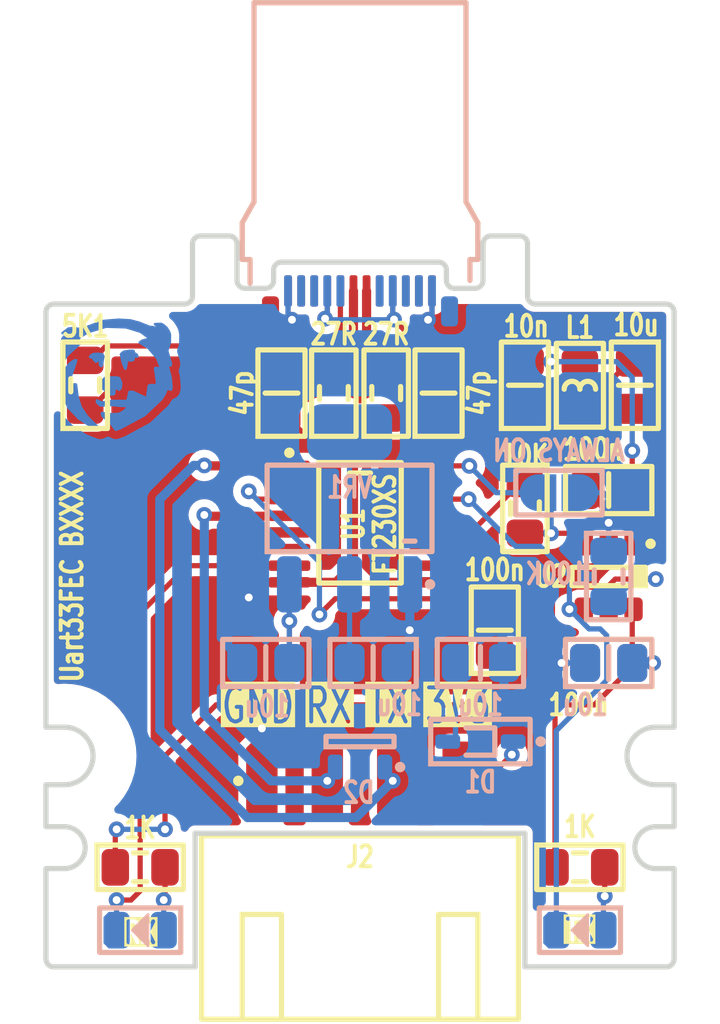
<source format=kicad_pcb>
(kicad_pcb (version 20240108) (generator "pcbnew") (generator_version "8.0")
  (layers (0 "F.Cu" signal) (31 "B.Cu" jumper) (34 "B.Paste" user) (35 "F.Paste" user) (36 "B.SilkS" user "B.Silkscreen") (37 "F.SilkS" user "F.Silkscreen") (38 "B.Mask" user) (39 "F.Mask" user) (44 "Edge.Cuts" user))
  (net 0 "")
  (net 1 "GND")
  (net 2 "USB_CC")
  (net 3 "USB_DP")
  (net 4 "USB_DP'")
  (net 5 "USB_DM")
  (net 6 "USB_DM'")
  (net 7 "5V")
  (net 8 "5V_SWITCHED")
  (net 9 "PWREN#")
  (net 10 "3V3")
  (net 11 "LED_TX'")
  (net 12 "LED_TX")
  (net 13 "LED_RX")
  (net 14 "LED_RX'")
  (net 15 "RX")
  (net 16 "TX")
  (net 17 "ILIM")
  (net 18 "USB_5V")
  (net 19 "OUT_3V3_PROT")
  (net 20 "OUT_3V3")
  (net 21 "3V3_SWITCHED")
  (footprint "Medo64:R (0805)" (layer "F.Cu") (at 38.3 30.4 -90)
    (property "Reference" "R6" (hide yes))
    (property "Value" "10K" (at -2 0 180) (layer "F.SilkS") (effects (font (size 0.8 0.6))))
    (pad "1" smd roundrect (at -0.95 0 270) (size 1.05 1.4) (layers "F.Cu" "F.Paste" "F.Mask") (net 7 "5V"))
    (pad "2" smd roundrect (at 0.95 0 270) (size 1.05 1.4) (layers "F.Cu" "F.Paste" "F.Mask") (net 9 "PWREN#"))
  )
  (footprint "Medo64:R (0805)" (layer "F.Cu") (at 40.4 44.1)
    (property "Reference" "R4" (hide yes))
    (property "Value" "1K" (at 0 -1.55 0) (layer "F.SilkS") (effects (font (size 0.8 0.6))))
    (pad "1" smd roundrect (at -0.95 0) (size 1.05 1.4) (layers "F.Cu" "F.Paste" "F.Mask") (net 8 "5V_SWITCHED"))
    (pad "2" smd roundrect (at 0.95 0) (size 1.05 1.4) (layers "F.Cu" "F.Paste" "F.Mask") (net 11 "LED_TX'"))
  )
  (footprint "Medo64:C (0805)" (layer "F.Cu") (at 35 26 90)
    (property "Reference" "C2" (hide yes))
    (property "Value" "47p" (at 0 1.55 -90) (layer "F.SilkS") (effects (font (size 0.8 0.6) (thickness 0.15) (bold yes))))
    (pad "1" smd roundrect (at -0.9 0 90) (size 1.15 1.45) (layers "F.Cu" "F.Paste" "F.Mask") (net 1 "GND"))
    (pad "2" smd roundrect (at 0.9 0 90) (size 1.15 1.45) (layers "F.Cu" "F.Paste" "F.Mask") (net 5 "USB_DM"))
  )
  (footprint "Medo64:R (0805)" (layer "F.Cu") (at 33 26 90)
    (property "Reference" "R2" (hide yes))
    (property "Value" "27R" (at 2.25 0 180) (layer "F.SilkS") (effects (font (size 0.8 0.6))))
    (pad "1" smd roundrect (at -0.95 0 90) (size 1.05 1.4) (layers "F.Cu" "F.Paste" "F.Mask") (net 6 "USB_DM'"))
    (pad "2" smd roundrect (at 0.95 0 90) (size 1.05 1.4) (layers "F.Cu" "F.Paste" "F.Mask") (net 5 "USB_DM"))
  )
  (footprint "Medo64:L (0805)" (layer "F.Cu") (at 40.4 25.7 90)
    (property "Reference" "L1" (at 2.2 0 180) (layer "F.SilkS") (effects (font (size 0.8 0.6))))
    (property "Value" "600R" (hide yes))
    (pad "1" smd roundrect (at -0.85 0 90) (size 1.05 1.4) (layers "F.Cu" "F.Paste" "F.Mask") (net 7 "5V"))
    (pad "2" smd roundrect (at 0.85 0 90) (size 1.05 1.4) (layers "F.Cu" "F.Paste" "F.Mask") (net 18 "USB_5V"))
  )
  (footprint "Medo64:J USB C 3.2 Edge (24w)" (layer "F.Cu") (at 32 22)
    (property "Reference" "J1" (hide yes))
    (property "Value" "105444-0001" (hide yes))
    (pad "A1" smd roundrect (at -2.75 0.1) (size 0.3 1.2) (layers "F.Cu" "F.Paste" "F.Mask") (chamfer_ratio 0.2) (chamfer top_left bottom_left) (net 1 "GND"))
    (pad "A2" smd roundrect (at -2.25 0.1) (size 0.3 1.2) (layers "F.Cu" "F.Paste" "F.Mask"))
    (pad "A3" smd roundrect (at -1.75 0.1) (size 0.3 1.2) (layers "F.Cu" "F.Paste" "F.Mask"))
    (pad "A4" smd roundrect (at -1.25 0.1) (size 0.3 1.2) (layers "F.Cu" "F.Paste" "F.Mask") (net 18 "USB_5V"))
    (pad "A5" smd roundrect (at -0.75 0.1) (size 0.3 1.2) (layers "F.Cu" "F.Paste" "F.Mask") (net 2 "USB_CC"))
    (pad "A6" smd roundrect (at -0.25 0.1) (size 0.3 1.2) (layers "F.Cu" "F.Paste" "F.Mask") (net 3 "USB_DP"))
    (pad "A7" smd roundrect (at 0.25 0.1) (size 0.3 1.2) (layers "F.Cu" "F.Paste" "F.Mask") (net 5 "USB_DM"))
    (pad "A8" smd roundrect (at 0.75 0.1) (size 0.3 1.2) (layers "F.Cu" "F.Paste" "F.Mask"))
    (pad "A9" smd roundrect (at 1.25 0.1) (size 0.3 1.2) (layers "F.Cu" "F.Paste" "F.Mask") (net 18 "USB_5V"))
    (pad "A10" smd roundrect (at 1.75 0.1) (size 0.3 1.2) (layers "F.Cu" "F.Paste" "F.Mask"))
    (pad "A11" smd roundrect (at 2.25 0.1) (size 0.3 1.2) (layers "F.Cu" "F.Paste" "F.Mask"))
    (pad "A12" smd roundrect (at 2.75 0.1) (size 0.3 1.2) (layers "F.Cu" "F.Paste" "F.Mask") (net 1 "GND"))
    (pad "B01" smd roundrect (at 2.75 0.1) (size 0.3 1.2) (layers "B.Cu" "B.Paste" "B.Mask") (chamfer_ratio 0.2) (chamfer top_right bottom_right) (net 1 "GND"))
    (pad "B02" smd roundrect (at 2.25 0.1) (size 0.3 1.2) (layers "B.Cu" "B.Paste" "B.Mask"))
    (pad "B03" smd roundrect (at 1.75 0.1) (size 0.3 1.2) (layers "B.Cu" "B.Paste" "B.Mask"))
    (pad "B04" smd roundrect (at 1.25 0.1) (size 0.3 1.2) (layers "B.Cu" "B.Paste" "B.Mask") (net 18 "USB_5V"))
    (pad "B05" smd roundrect (at 0.75 0.1) (size 0.3 1.2) (layers "B.Cu" "B.Paste" "B.Mask"))
    (pad "B08" smd roundrect (at -0.75 0.1) (size 0.3 1.2) (layers "B.Cu" "B.Paste" "B.Mask"))
    (pad "B09" smd roundrect (at -1.25 0.1) (size 0.3 1.2) (layers "B.Cu" "B.Paste" "B.Mask") (net 18 "USB_5V"))
    (pad "B10" smd roundrect (at -1.75 0.1) (size 0.3 1.2) (layers "B.Cu" "B.Paste" "B.Mask"))
    (pad "B11" smd roundrect (at -2.25 0.1) (size 0.3 1.2) (layers "B.Cu" "B.Paste" "B.Mask"))
    (pad "B12" smd roundrect (at -2.75 0.1) (size 0.3 1.2) (layers "B.Cu" "B.Paste" "B.Mask") (net 1 "GND"))
    (pad "S" smd roundrect (at -3.42 0.88) (size 0.65 1.15) (layers "F.Cu" "F.Paste" "F.Mask"))
    (pad "S" smd roundrect (at 3.42 0.88) (size 0.65 1.15) (layers "B.Cu" "B.Paste" "B.Mask"))
  )
  (footprint "Medo64:U LoadSwitch Adjustable [AP22652W6-7] (SOT23-6)" (layer "F.Cu") (at 41.5 33 -90)
    (property "Reference" "U2" (at 0 2.2 180) (layer "F.SilkS") (effects (font (size 0.8 0.6))))
    (property "Value" "AP22652" (hide yes))
    (pad "1" smd roundrect (at -1.25 -0.95 270) (size 0.9 0.7) (layers "F.Cu" "F.Paste" "F.Mask") (chamfer_ratio 0.2) (chamfer top_left top_right) (net 18 "USB_5V"))
    (pad "2" smd roundrect (at -1.25 0 270) (size 0.9 0.7) (layers "F.Cu" "F.Paste" "F.Mask") (net 1 "GND"))
    (pad "3" smd roundrect (at -1.25 0.95 270) (size 0.9 0.7) (layers "F.Cu" "F.Paste" "F.Mask") (chamfer_ratio 0.2) (chamfer top_left top_right) (net 9 "PWREN#"))
    (pad "4" smd roundrect (at 1.25 0.95 270) (size 0.9 0.7) (layers "F.Cu" "F.Paste" "F.Mask") (net 12 "LED_TX"))
    (pad "5" smd roundrect (at 1.25 0 270) (size 0.9 0.7) (layers "F.Cu" "F.Paste" "F.Mask") (net 17 "ILIM"))
    (pad "6" smd roundrect (at 1.25 -0.95 270) (size 0.9 0.7) (layers "F.Cu" "F.Paste" "F.Mask") (net 8 "5V_SWITCHED"))
  )
  (footprint "Medo64:C (0805)" (layer "F.Cu") (at 41.5 36.3 180)
    (property "Reference" "C6" (hide yes))
    (property "Value" "100n" (at 1.15 -1.6 180) (layer "F.SilkS") (effects (font (size 0.8 0.6) (thickness 0.15) (bold yes))))
    (pad "1" smd roundrect (at -0.9 0 180) (size 1.15 1.45) (layers "F.Cu" "F.Paste" "F.Mask") (net 8 "5V_SWITCHED"))
    (pad "2" smd roundrect (at 0.9 0 180) (size 1.15 1.45) (layers "F.Cu" "F.Paste" "F.Mask") (net 1 "GND"))
  )
  (footprint "Medo64:C (0805)" (layer "F.Cu") (at 38.3 25.7 90)
    (property "Reference" "C3" (hide yes))
    (property "Value" "10n" (at 2.25 0.05 180) (layer "F.SilkS") (effects (font (size 0.8 0.6) (thickness 0.15) (bold yes))))
    (pad "1" smd roundrect (at -0.9 0 90) (size 1.15 1.45) (layers "F.Cu" "F.Paste" "F.Mask") (net 1 "GND"))
    (pad "2" smd roundrect (at 0.9 0 90) (size 1.15 1.45) (layers "F.Cu" "F.Paste" "F.Mask") (net 18 "USB_5V"))
  )
  (footprint "Medo64:C (0805)" (layer "F.Cu") (at 37.15 35.05 90)
    (property "Reference" "C4" (hide yes))
    (property "Value" "100n" (at 2.3 0 180) (layer "F.SilkS") (effects (font (size 0.8 0.6) (thickness 0.15) (bold yes))))
    (pad "1" smd roundrect (at -0.9 0 90) (size 1.15 1.45) (layers "F.Cu" "F.Paste" "F.Mask") (net 1 "GND"))
    (pad "2" smd roundrect (at 0.9 0 90) (size 1.15 1.45) (layers "F.Cu" "F.Paste" "F.Mask") (net 10 "3V3"))
  )
  (footprint "Medo64:J JST XH Edge [UART] (4w)" (layer "F.Cu") (at 32 40.8)
    (property "Reference" "J2" (at 0 2.9 0) (layer "F.SilkS") (effects (font (size 0.8 0.6) (thickness 0.15) (bold yes))))
    (property "Value" "B4B-XH-A")
    (pad "1" smd roundrect (at -3.75 0) (size 1.2 3) (layers "F.Cu" "F.Paste" "F.Mask") (chamfer_ratio 0.2) (chamfer top_left bottom_left) (net 1 "GND"))
    (pad "2" smd roundrect (at -1.25 0) (size 1.2 3) (layers "F.Cu" "F.Paste" "F.Mask") (net 15 "RX"))
    (pad "3" smd roundrect (at 1.25 0) (size 1.2 3) (layers "F.Cu" "F.Paste" "F.Mask") (net 16 "TX"))
    (pad "4" smd roundrect (at 3.75 0) (size 1.2 3) (layers "F.Cu" "F.Paste" "F.Mask") (net 19 "OUT_3V3_PROT"))
  )
  (footprint "Medo64:R (0805)" (layer "F.Cu") (at 21.5 25.7 90)
    (property "Reference" "R5" (hide yes))
    (property "Value" "5K1" (at 2.25 0 180) (layer "F.SilkS") (effects (font (size 0.8 0.6))))
    (pad "1" smd roundrect (at -0.95 0 90) (size 1.05 1.4) (layers "F.Cu" "F.Paste" "F.Mask") (net 1 "GND"))
    (pad "2" smd roundrect (at 0.95 0 90) (size 1.05 1.4) (layers "F.Cu" "F.Paste" "F.Mask") (net 2 "USB_CC"))
  )
  (footprint "Medo64:C (0805)" (layer "F.Cu") (at 41.5 29.7 180)
    (property "Reference" "C5" (hide yes))
    (property "Value" "100n" (at 0.6 1.55 180) (layer "F.SilkS") (effects (font (size 0.8 0.6) (thickness 0.15) (bold yes))))
    (pad "1" smd roundrect (at -0.9 0 180) (size 1.15 1.45) (layers "F.Cu" "F.Paste" "F.Mask") (net 18 "USB_5V"))
    (pad "2" smd roundrect (at 0.9 0 180) (size 1.15 1.45) (layers "F.Cu" "F.Paste" "F.Mask") (net 1 "GND"))
  )
  (footprint "Medo64:R (0805)" (layer "F.Cu") (at 31 26 90)
    (property "Reference" "R1" (hide yes))
    (property "Value" "27R" (at 2.25 0 180) (layer "F.SilkS") (effects (font (size 0.8 0.6))))
    (pad "1" smd roundrect (at -0.95 0 90) (size 1.05 1.4) (layers "F.Cu" "F.Paste" "F.Mask") (net 4 "USB_DP'"))
    (pad "2" smd roundrect (at 0.95 0 90) (size 1.05 1.4) (layers "F.Cu" "F.Paste" "F.Mask") (net 3 "USB_DP"))
  )
  (footprint "Medo64:C (0805)" (layer "F.Cu") (at 29 26 90)
    (property "Reference" "C1" (hide yes))
    (property "Value" "47p" (at 0 -1.5 -90) (layer "F.SilkS") (effects (font (size 0.8 0.6) (thickness 0.15) (bold yes))))
    (pad "1" smd roundrect (at -0.9 0 90) (size 1.15 1.45) (layers "F.Cu" "F.Paste" "F.Mask") (net 1 "GND"))
    (pad "2" smd roundrect (at 0.9 0 90) (size 1.15 1.45) (layers "F.Cu" "F.Paste" "F.Mask") (net 3 "USB_DP"))
  )
  (footprint "Medo64:R (0805)" (layer "F.Cu") (at 23.6 44.1)
    (property "Reference" "R3" (hide yes))
    (property "Value" "1K" (at 0 -1.5 0) (layer "F.SilkS") (effects (font (size 0.8 0.6))))
    (pad "1" smd roundrect (at -0.95 0) (size 1.05 1.4) (layers "F.Cu" "F.Paste" "F.Mask") (net 8 "5V_SWITCHED"))
    (pad "2" smd roundrect (at 0.95 0) (size 1.05 1.4) (layers "F.Cu" "F.Paste" "F.Mask") (net 14 "LED_RX'"))
  )
  (footprint "Medo64:U Transceiver UART [FT230XS] (SSOP-16)" (layer "F.Cu") (at 32 31)
    (property "Reference" "U1" (at -0.25 0 90) (layer "F.SilkS") (effects (font (size 0.8 0.6))))
    (property "Value" "FT230XS" (at 0.95 0 -90) (layer "F.SilkS") (effects (font (size 0.8 0.6))))
    (pad "1" smd roundrect (at -2.7 -2.2225) (size 1.6 0.4) (layers "F.Cu" "F.Paste" "F.Mask") (chamfer_ratio 0.2) (chamfer top_left top_right) (net 16 "TX"))
    (pad "2" smd roundrect (at -2.7 -1.5875) (size 1.6 0.4) (layers "F.Cu" "F.Paste" "F.Mask"))
    (pad "3" smd roundrect (at -2.7 -0.9525) (size 1.6 0.4) (layers "F.Cu" "F.Paste" "F.Mask") (net 10 "3V3"))
    (pad "4" smd roundrect (at -2.7 -0.3175) (size 1.6 0.4) (layers "F.Cu" "F.Paste" "F.Mask") (net 15 "RX"))
    (pad "5" smd roundrect (at -2.7 0.3175) (size 1.6 0.4) (layers "F.Cu" "F.Paste" "F.Mask") (net 1 "GND"))
    (pad "6" smd roundrect (at -2.7 0.9525) (size 1.6 0.4) (layers "F.Cu" "F.Paste" "F.Mask"))
    (pad "7" smd roundrect (at -2.7 1.5875) (size 1.6 0.4) (layers "F.Cu" "F.Paste" "F.Mask") (net 13 "LED_RX"))
    (pad "8" smd roundrect (at -2.7 2.2225) (size 1.6 0.4) (layers "F.Cu" "F.Paste" "F.Mask") (net 4 "USB_DP'"))
    (pad "9" smd roundrect (at 2.7 2.2225) (size 1.6 0.4) (layers "F.Cu" "F.Paste" "F.Mask") (net 6 "USB_DM'"))
    (pad "10" smd roundrect (at 2.7 1.5875) (size 1.6 0.4) (layers "F.Cu" "F.Paste" "F.Mask") (net 10 "3V3"))
    (pad "11" smd roundrect (at 2.7 0.9525) (size 1.6 0.4) (layers "F.Cu" "F.Paste" "F.Mask") (net 10 "3V3"))
    (pad "12" smd roundrect (at 2.7 0.3175) (size 1.6 0.4) (layers "F.Cu" "F.Paste" "F.Mask") (net 7 "5V"))
    (pad "13" smd roundrect (at 2.7 -0.3175) (size 1.6 0.4) (layers "F.Cu" "F.Paste" "F.Mask") (net 1 "GND"))
    (pad "14" smd roundrect (at 2.7 -0.9525) (size 1.6 0.4) (layers "F.Cu" "F.Paste" "F.Mask") (net 12 "LED_TX"))
    (pad "15" smd roundrect (at 2.7 -1.5875) (size 1.6 0.4) (layers "F.Cu" "F.Paste" "F.Mask"))
    (pad "16" smd roundrect (at 2.7 -2.2225) (size 1.6 0.4) (layers "F.Cu" "F.Paste" "F.Mask") (net 9 "PWREN#"))
  )
  (footprint "Medo64:C (0805)" (layer "F.Cu") (at 42.5 25.7 -90)
    (property "Reference" "C7" (hide yes))
    (property "Value" "10u" (at -2.3 -0.05 180) (layer "F.SilkS") (effects (font (size 0.8 0.6) (thickness 0.15) (bold yes))))
    (pad "1" smd roundrect (at -0.9 0 270) (size 1.15 1.45) (layers "F.Cu" "F.Paste" "F.Mask") (net 1 "GND"))
    (pad "2" smd roundrect (at 0.9 0 270) (size 1.15 1.45) (layers "F.Cu" "F.Paste" "F.Mask") (net 7 "5V"))
  )
  (footprint "Medo64:JP (0805)" (layer "B.Cu") (at 39.6 29.8)
    (property "Reference" "JP1" (hide yes))
    (property "Value" "ALWAYS ON" (at 0 -1.6 360) (layer "B.SilkS") (effects (font (size 0.8 0.6) (thickness 0.15) (bold yes)) (justify mirror)))
    (pad "1" smd roundrect (at -0.8 0) (size 1.4 1.4) (layers "B.Cu" "B.Mask") (roundrect_rratio 0.5) (chamfer_ratio 0) (chamfer top_right bottom_right) (net 9 "PWREN#"))
    (pad "2" smd roundrect (at 0.8 0) (size 1.4 1.4) (layers "B.Cu" "B.Mask") (roundrect_rratio 0.5) (chamfer_ratio 0) (chamfer top_left bottom_left) (net 1 "GND"))
  )
  (footprint "Medo64:DS (0805)" (layer "B.Cu") (at 40.4 46.5)
    (property "Reference" "DS2" (hide yes))
    (property "Value" "TX" (at 0 0 0) (layer "F.SilkS" knockout) (effects (font (size 0.8 0.6) (thickness 0.15) (bold yes))))
    (pad "1" smd roundrect (at -0.9 0) (size 1 1.4) (layers "B.Cu" "B.Paste" "B.Mask") (chamfer_ratio 0.2) (chamfer top_left bottom_left) (net 12 "LED_TX"))
    (pad "2" smd roundrect (at 0.9 0) (size 1 1.4) (layers "B.Cu" "B.Paste" "B.Mask") (net 11 "LED_TX'"))
  )
  (footprint "Medo64:ICON Medo64" (layer "B.Cu") (at 22.7 25.3 180)
    (property "Reference" "ICON" (hide yes))
    (property "Value" "Medo64" (hide yes))
    (fp_poly (pts (xy 0.569 0.353) (xy 0.506 0.707) (xy 0.554 0.778) (xy 0.719 0.8) (xy 0.885 0.786) (xy 0.979 0.733) (xy 1.012 0.682) (xy 0.902 0.659) (xy 0.892 0.612) (xy 0.793 0.5) (xy 0.659 0.583) (xy 0.647 0.581) (xy 0.632 0.391) (xy 0.622 0.353) (xy 0.592 0.334)) (stroke (width 0.1)) (fill solid) (layer "B.Cu"))
    (fp_poly (pts (xy -0.347 0.253) (xy -0.412 0.648) (xy -0.502 0.544) (xy -0.626 0.56) (xy -0.646 0.595) (xy -0.654 0.695) (xy -0.79 0.696) (xy -0.777 0.752) (xy -0.709 0.806) (xy -0.594 0.838) (xy -0.594 0.861) (xy -0.645 0.874) (xy -0.654 0.893) (xy -0.626 0.915) (xy -0.491 0.913) (xy -0.267 0.874) (xy -0.168 0.787) (xy -0.23 0.486) (xy -0.331 0.233) (xy -0.339 0.24)) (stroke (width 0.1)) (fill solid) (layer "B.Cu"))
    (fp_poly (pts (xy 0.115 -0.742) (xy 0.0899 -0.706) (xy 0.0781 -0.566) (xy 0.0622 -0.52) (xy 0.00798 -0.502) (xy -0.097 -0.566) (xy -0.155 -0.508) (xy -0.174 -0.31) (xy -0.101 -0.133) (xy -0.0361 -0.108) (xy 0.168 -0.103) (xy 0.347 -0.109) (xy 0.44 -0.12) (xy 0.515 -0.205) (xy 0.54 -0.36) (xy 0.533 -0.466) (xy 0.5 -0.535) (xy 0.431 -0.596) (xy 0.384 -0.562) (xy 0.365 -0.53) (xy 0.342 -0.512) (xy 0.286 -0.53) (xy 0.257 -0.652) (xy 0.212 -0.749)) (stroke (width 0.1)) (fill solid) (layer "B.Cu"))
    (fp_poly (pts (xy 1.137 -1.588) (xy 1.377 -1.227) (xy 1.493 -0.853) (xy 1.544 -0.455) (xy 1.551 -0.378) (xy 1.595 -0.367) (xy 1.649 -0.379) (xy 1.781 -0.45) (xy 1.801 -0.39) (xy 1.761 -0.0848) (xy 1.586 0.417) (xy 1.555 0.511) (xy 1.55 0.558) (xy 1.648 0.527) (xy 1.79 0.423) (xy 1.958 0.207) (xy 2.045 -0.013) (xy 2.05 -0.076) (xy 1.964 -0.0819) (xy 1.999 -0.548) (xy 1.973 -0.89) (xy 1.846 -1.245) (xy 1.444 -1.662) (xy 1.007 -1.949) (xy 0.62 -2.1)) (stroke (width 0.1)) (fill solid) (layer "B.Cu"))
    (fp_poly (pts (xy -0.162 -2.027) (xy -1.067 -1.539) (xy -1.715 -0.923) (xy -1.847 -0.71) (xy -1.921 -0.519) (xy -2.079 -0.567) (xy -2.095 -0.469) (xy -2.062 -0.0937) (xy -1.952 0.314) (xy -1.982 0.367) (xy -2.06 0.354) (xy -2.077 0.422) (xy -1.93 0.912) (xy -2.032 1.227) (xy -2.034 1.544) (xy -1.998 1.647) (xy -1.903 1.796) (xy -1.782 1.9) (xy -1.695 1.941) (xy -1.468 1.93) (xy -1.663 1.801) (xy -1.722 1.753) (xy -1.784 1.659) (xy -1.735 1.66) (xy -1.576 1.778) (xy -1.371 1.817) (xy -1.254 1.827) (xy -1.134 1.877) (xy -0.852 1.987) (xy -0.528 2.073) (xy -0.0731 2.1) (xy 0.509 2.05) (xy 1.073 1.842) (xy 1.317 1.73) (xy 1.649 1.779) (xy 1.837 1.763) (xy 2.065 1.59) (xy 1.802 1.633) (xy 1.67 1.615) (xy 1.959 1.505) (xy 2.067 1.378) (xy 2.085 1.212) (xy 2.009 0.915) (xy 2.099 0.563) (xy 2.055 0.501) (xy 1.891 0.746) (xy 1.396 1.198) (xy 1.522 1.254) (xy 1.413 1.428) (xy 1.101 1.627) (xy 0.403 1.839) (xy -0.366 1.813) (xy -0.919 1.642) (xy -1.209 1.43) (xy -1.227 1.366) (xy -0.981 1.3) (xy -0.886 1.23) (xy -1.21 1.035) (xy -1.558 0.628) (xy -1.682 0.293) (xy -1.663 0.238) (xy -1.492 0.262) (xy -1.468 0.242) (xy -1.547 -0.268) (xy -1.529 -0.375) (xy -1.464 -0.408) (xy -1.339 -0.39) (xy -1.231 -0.419) (xy -1.16 -0.905) (xy -0.625 -0.656) (xy -0.494 -0.655) (xy -0.414 -1.002) (xy 0.18 -1.002) (xy 0.561 -1.064) (xy 0.751 -0.985) (xy 0.746 -1.053) (xy 0.624 -1.17) (xy 0.142 -1.154) (xy -0.23 -1.188) (xy -0.449 -1.178) (xy -0.342 -1.347) (xy -0.189 -1.45) (xy -0.0588 -1.5) (xy 0.291 -1.511) (xy 0.537 -1.463) (xy 0.568 -1.475) (xy 0.523 -1.584) (xy 0.188 -1.888) (xy 0.0332 -2.1)) (stroke (width 0.1)) (fill solid) (layer "B.Cu"))
  )
  (footprint "Medo64:C (0805)" (layer "B.Cu") (at 28.4 36.3 180)
    (property "Reference" "C9" (hide yes))
    (property "Value" "10u" (at -0.05 -1.65 180) (layer "B.SilkS") (effects (font (size 0.8 0.6) (thickness 0.15) (bold yes)) (justify mirror)))
    (pad "1" smd roundrect (at -0.9 0 180) (size 1.15 1.45) (layers "B.Cu" "B.Paste" "B.Mask") (net 8 "5V_SWITCHED"))
    (pad "2" smd roundrect (at 0.9 0 180) (size 1.15 1.45) (layers "B.Cu" "B.Paste" "B.Mask") (net 1 "GND"))
  )
  (footprint "Medo64:C (0805)" (layer "B.Cu") (at 32.5 36.3)
    (property "Reference" "C10" (hide yes))
    (property "Value" "10u" (at 1 1.6 0) (layer "B.SilkS") (effects (font (size 0.8 0.6) (thickness 0.15) (bold yes)) (justify mirror)))
    (pad "1" smd roundrect (at -0.9 0) (size 1.15 1.45) (layers "B.Cu" "B.Paste" "B.Mask") (net 21 "3V3_SWITCHED"))
    (pad "2" smd roundrect (at 0.9 0) (size 1.15 1.45) (layers "B.Cu" "B.Paste" "B.Mask") (net 1 "GND"))
  )
  (footprint "Medo64:C (0805)" (layer "B.Cu") (at 41.5 36.3 180)
    (property "Reference" "C8" (hide yes))
    (property "Value" "10u" (at 0.9 -1.6 180) (layer "B.SilkS") (effects (font (size 0.8 0.6) (thickness 0.15) (bold yes)) (justify mirror)))
    (pad "1" smd roundrect (at -0.9 0 180) (size 1.15 1.45) (layers "B.Cu" "B.Paste" "B.Mask") (net 8 "5V_SWITCHED"))
    (pad "2" smd roundrect (at 0.9 0 180) (size 1.15 1.45) (layers "B.Cu" "B.Paste" "B.Mask") (net 1 "GND"))
  )
  (footprint "Medo64:D (SOD323)" (layer "B.Cu") (at 36.6 39.3 180)
    (property "Reference" "D1" (at 0 -1.55 180) (layer "B.SilkS") (effects (font (size 0.8 0.6) (thickness 0.15) (bold yes)) (justify mirror)))
    (property "Value" "CUS08F30" (hide yes))
    (pad "1" smd roundrect (at -1.25 0 180) (size 0.95 0.55) (layers "B.Cu" "B.Paste" "B.Mask") (chamfer_ratio 0.2) (chamfer top_left bottom_left) (net 19 "OUT_3V3_PROT"))
    (pad "2" smd roundrect (at 1.25 0 180) (size 0.95 0.55) (layers "B.Cu" "B.Paste" "B.Mask") (net 20 "OUT_3V3"))
  )
  (footprint "Medo64:C (0805)" (layer "B.Cu") (at 36.6 36.3)
    (property "Reference" "C11" (hide yes))
    (property "Value" "10u" (at 0 1.6 180) (layer "B.SilkS") (effects (font (size 0.8 0.6) (thickness 0.15) (bold yes)) (justify mirror)))
    (pad "1" smd roundrect (at -0.9 0) (size 1.15 1.45) (layers "B.Cu" "B.Paste" "B.Mask") (net 20 "OUT_3V3"))
    (pad "2" smd roundrect (at 0.9 0) (size 1.15 1.45) (layers "B.Cu" "B.Paste" "B.Mask") (net 1 "GND"))
  )
  (footprint "Medo64:VR Linear 3.3V 1000mA [AZ1117IH-3.3TRG1] (SOT223)" (layer "B.Cu") (at 31.6 30.4 180)
    (property "Reference" "VR1" (at 0 0.8 180) (layer "B.SilkS") (effects (font (size 0.8 0.6)) (justify mirror)))
    (property "Value" "AZ1117IH" (hide yes))
    (pad "1" smd roundrect (at -2.3 -2.9 180) (size 0.95 2.15) (layers "B.Cu" "B.Paste" "B.Mask") (chamfer_ratio 0.2) (chamfer top_left bottom_left) (net 1 "GND"))
    (pad "2" smd roundrect (at 0 -2.9 180) (size 0.95 2.15) (layers "B.Cu" "B.Paste" "B.Mask") (chamfer_ratio 0.2) (chamfer) (net 21 "3V3_SWITCHED"))
    (pad "2" smd roundrect (at 0 2.9 180) (size 3.25 2.15) (layers "B.Cu" "B.Paste" "B.Mask") (net 21 "3V3_SWITCHED"))
    (pad "3" smd roundrect (at 2.3 -2.9 180) (size 0.95 2.15) (layers "B.Cu" "B.Paste" "B.Mask") (chamfer_ratio 0.2) (chamfer) (net 8 "5V_SWITCHED"))
  )
  (footprint "Medo64:DS (0805)" (layer "B.Cu") (at 23.6 46.5)
    (property "Reference" "DS1" (hide yes))
    (property "Value" "RX" (at 0 0.1 0) (layer "F.SilkS" knockout) (effects (font (size 0.8 0.6) (thickness 0.15) (bold yes))))
    (pad "1" smd roundrect (at -0.9 0) (size 1 1.4) (layers "B.Cu" "B.Paste" "B.Mask") (chamfer_ratio 0.2) (chamfer top_left bottom_left) (net 13 "LED_RX"))
    (pad "2" smd roundrect (at 0.9 0) (size 1 1.4) (layers "B.Cu" "B.Paste" "B.Mask") (net 14 "LED_RX'"))
  )
  (footprint "Medo64:R (0805)" (layer "B.Cu") (at 41.5 33 90)
    (property "Reference" "R7" (hide yes))
    (property "Value" "100K" (at 0.1 -2 360) (layer "B.SilkS") (effects (font (size 0.8 0.6)) (justify mirror)))
    (pad "1" smd roundrect (at -0.95 0 90) (size 1.05 1.4) (layers "B.Cu" "B.Paste" "B.Mask") (net 17 "ILIM"))
    (pad "2" smd roundrect (at 0.95 0 90) (size 1.05 1.4) (layers "B.Cu" "B.Paste" "B.Mask") (net 1 "GND"))
  )
  (footprint "Medo64:D TVS 3.3V [D1213A-02SOL-7] (SOT23-3)" (layer "B.Cu") (at 32 39.3 180)
    (property "Reference" "D2" (at 0.05 -1.95 180) (layer "B.SilkS") (effects (font (size 0.8 0.6)) (justify mirror)))
    (property "Value" "SM05T1G" (hide yes))
    (pad "1" smd roundrect (at -0.95 -0.975 180) (size 0.56 0.95) (layers "B.Cu" "B.Paste" "B.Mask") (chamfer_ratio 0.2) (chamfer top_left bottom_left) (net 16 "TX"))
    (pad "2" smd roundrect (at 0.95 -0.975 180) (size 0.56 0.95) (layers "B.Cu" "B.Paste" "B.Mask") (net 15 "RX"))
    (pad "3" smd roundrect (at 0 0.975 180) (size 0.56 0.95) (layers "B.Cu" "B.Paste" "B.Mask") (net 1 "GND"))
  )
  (gr_line (start 38.4 20.3) (end 38.4 22.3) (stroke (width 0.2)) (layer "Edge.Cuts"))
  (gr_arc (start 25.6 22.3) (mid 25.512132 22.512132) (end 25.3 22.6) (stroke (width 0.2)) (layer "Edge.Cuts"))
  (gr_arc (start 43.3 40.95) (mid 42.2 39.85) (end 43.3 38.75) (stroke (width 0.2)) (layer "Edge.Cuts"))
  (gr_line (start 38.3 47.9) (end 43.7 47.9) (stroke (width 0.2)) (layer "Edge.Cuts"))
  (gr_line (start 20.7 40.95) (end 20 40.95) (stroke (width 0.2)) (layer "Edge.Cuts"))
  (gr_line (start 43.3 40.95) (end 44 40.95) (stroke (width 0.2)) (layer "Edge.Cuts"))
  (gr_line (start 44 44.15) (end 43.3 44.15) (stroke (width 0.2)) (layer "Edge.Cuts"))
  (gr_arc (start 35 21) (mid 35.212132 21.087868) (end 35.3 21.3) (stroke (width 0.2)) (layer "Edge.Cuts"))
  (gr_arc (start 28.7 21.3) (mid 28.787868 21.087868) (end 29 21) (stroke (width 0.2)) (layer "Edge.Cuts"))
  (gr_line (start 38.1 20) (end 37 20) (stroke (width 0.2)) (layer "Edge.Cuts"))
  (gr_arc (start 28.7 21.7) (mid 28.612132 21.912132) (end 28.4 22) (stroke (width 0.2)) (layer "Edge.Cuts"))
  (gr_arc (start 27 20) (mid 27.212132 20.087868) (end 27.3 20.3) (stroke (width 0.2)) (layer "Edge.Cuts"))
  (gr_arc (start 43.7 22.6) (mid 43.912132 22.687868) (end 44 22.9) (stroke (width 0.2)) (layer "Edge.Cuts"))
  (gr_line (start 20 44.15) (end 20 47.6) (stroke (width 0.2)) (layer "Edge.Cuts"))
  (gr_line (start 20 38.75) (end 20.7 38.75) (stroke (width 0.2)) (layer "Edge.Cuts"))
  (gr_line (start 44 42.55) (end 43.3 42.55) (stroke (width 0.2)) (layer "Edge.Cuts"))
  (gr_arc (start 38.7 22.6) (mid 38.487868 22.512132) (end 38.4 22.3) (stroke (width 0.2)) (layer "Edge.Cuts"))
  (gr_line (start 44 42.55) (end 44 40.95) (stroke (width 0.2)) (layer "Edge.Cuts"))
  (gr_line (start 28.4 22) (end 27.6 22) (stroke (width 0.2)) (layer "Edge.Cuts"))
  (gr_line (start 43.7 22.6) (end 38.7 22.6) (stroke (width 0.2)) (layer "Edge.Cuts"))
  (gr_line (start 20.3 22.6) (end 25.3 22.6) (stroke (width 0.2)) (layer "Edge.Cuts"))
  (gr_arc (start 38.1 20) (mid 38.312132 20.087868) (end 38.4 20.3) (stroke (width 0.2)) (layer "Edge.Cuts"))
  (gr_arc (start 35.6 22) (mid 35.387868 21.912132) (end 35.3 21.7) (stroke (width 0.2)) (layer "Edge.Cuts"))
  (gr_line (start 35.3 21.7) (end 35.3 21.3) (stroke (width 0.2)) (layer "Edge.Cuts"))
  (gr_line (start 27.3 20.3) (end 27.3 21.7) (stroke (width 0.2)) (layer "Edge.Cuts"))
  (gr_arc (start 20 22.9) (mid 20.087868 22.687868) (end 20.3 22.6) (stroke (width 0.2)) (layer "Edge.Cuts"))
  (gr_arc (start 36.7 20.3) (mid 36.787868 20.087868) (end 37 20) (stroke (width 0.2)) (layer "Edge.Cuts"))
  (gr_arc (start 20.7 42.55) (mid 21.5 43.35) (end 20.7 44.15) (stroke (width 0.2)) (layer "Edge.Cuts"))
  (gr_arc (start 27.6 22) (mid 27.387868 21.912132) (end 27.3 21.7) (stroke (width 0.2)) (layer "Edge.Cuts"))
  (gr_line (start 36.7 20.3) (end 36.7 21.7) (stroke (width 0.2)) (layer "Edge.Cuts"))
  (gr_arc (start 44 47.6) (mid 43.912132 47.812132) (end 43.7 47.9) (stroke (width 0.2)) (layer "Edge.Cuts"))
  (gr_line (start 36.4 22) (end 35.6 22) (stroke (width 0.2)) (layer "Edge.Cuts"))
  (gr_line (start 44 22.9) (end 44 38.75) (stroke (width 0.2)) (layer "Edge.Cuts"))
  (gr_line (start 43.3 38.75) (end 44 38.75) (stroke (width 0.2)) (layer "Edge.Cuts"))
  (gr_line (start 28.7 21.7) (end 28.7 21.3) (stroke (width 0.2)) (layer "Edge.Cuts"))
  (gr_arc (start 20.7 38.75) (mid 21.8 39.85) (end 20.7 40.95) (stroke (width 0.2)) (layer "Edge.Cuts"))
  (gr_arc (start 43.3 44.15) (mid 42.5 43.35) (end 43.3 42.55) (stroke (width 0.2)) (layer "Edge.Cuts"))
  (gr_line (start 25.9 20) (end 27 20) (stroke (width 0.2)) (layer "Edge.Cuts"))
  (gr_line (start 25.6 20.3) (end 25.6 22.3) (stroke (width 0.2)) (layer "Edge.Cuts"))
  (gr_line (start 44 44.15) (end 44 47.6) (stroke (width 0.2)) (layer "Edge.Cuts"))
  (gr_line (start 20 22.9) (end 20 38.75) (stroke (width 0.2)) (layer "Edge.Cuts"))
  (gr_line (start 20.7 44.15) (end 20 44.15) (stroke (width 0.2)) (layer "Edge.Cuts"))
  (gr_line (start 38.3 42.8) (end 25.7 42.8) (stroke (width 0.2)) (layer "Edge.Cuts"))
  (gr_arc (start 25.6 20.3) (mid 25.687868 20.087868) (end 25.9 20) (stroke (width 0.2)) (layer "Edge.Cuts"))
  (gr_arc (start 36.7 21.7) (mid 36.612132 21.912132) (end 36.4 22) (stroke (width 0.2)) (layer "Edge.Cuts"))
  (gr_line (start 29 21) (end 35 21) (stroke (width 0.2)) (layer "Edge.Cuts"))
  (gr_line (start 25.7 47.9) (end 25.7 42.8) (stroke (width 0.2)) (layer "Edge.Cuts"))
  (gr_line (start 20.7 42.55) (end 20 42.55) (stroke (width 0.2)) (layer "Edge.Cuts"))
  (gr_line (start 20 42.55) (end 20 40.95) (stroke (width 0.2)) (layer "Edge.Cuts"))
  (gr_line (start 20.3 47.9) (end 25.7 47.9) (stroke (width 0.2)) (layer "Edge.Cuts"))
  (gr_line (start 38.3 47.9) (end 38.3 42.8) (stroke (width 0.2)) (layer "Edge.Cuts"))
  (gr_arc (start 20.3 47.9) (mid 20.087868 47.812132) (end 20 47.6) (stroke (width 0.2)) (layer "Edge.Cuts"))
  (gr_text "3V3" (at 35.75 38.7 0) (layer "F.SilkS" knockout) (effects (font (size 1.3 0.9) (thickness 0.15) (bold yes)) (justify bottom)))
  (gr_text "RX" (at 30.8 38.7 0) (layer "F.SilkS" knockout) (effects (font (size 1.3 0.9) (thickness 0.15) (bold yes)) (justify bottom)))
  (gr_text "TX" (at 33.1 38.7 0) (layer "F.SilkS" knockout) (effects (font (size 1.3 0.9) (thickness 0.15) (bold yes)) (justify bottom)))
  (gr_text "Uart33FEC BXXXX" (at 21 33 90) (layer "F.SilkS") (effects (font (size 0.8 0.6) (thickness 0.15) (bold yes))))
  (gr_text "GND" (at 28.1 38.7 0) (layer "F.SilkS" knockout) (effects (font (size 1.3 0.9) (thickness 0.15) (bold yes)) (justify bottom)))
  (segment (start 30.3825 31.3175) (end 30.7 31) (width 0.2) (layer "F.Cu") (net 1))
  (segment (start 35 26.9) (end 38 26.9) (width 0.2) (layer "F.Cu") (net 1))
  (segment (start 37.15 35.1) (end 37.1 35.05) (width 0.2) (layer "F.Cu") (net 1))
  (segment (start 32.8 28.680761) (end 32.8 29.9) (width 0.2) (layer "F.Cu") (net 1))
  (segment (start 37.1 35.05) (end 33.9 35.05) (width 0.2) (layer "F.Cu") (net 1))
  (segment (start 34.75 22.1) (end 34.75 23.05) (width 0.2) (layer "F.Cu") (net 1))
  (segment (start 30.7 31) (end 30.7 28.4) (width 0.2) (layer "F.Cu") (net 1))
  (segment (start 37.3 25.7) (end 38.3 25.7) (width 0.2) (layer "F.Cu") (net 1))
  (segment (start 38.3 25.7) (end 41.4 25.7) (width 0.2) (layer "F.Cu") (net 1))
  (segment (start 38.3 26.6) (end 38.3 25.7) (width 0.2) (layer "F.Cu") (net 1))
  (segment (start 41.5 30.6) (end 40.6 29.7) (width 0.2) (layer "F.Cu") (net 1))
  (segment (start 34.580761 26.9) (end 32.8 28.680761) (width 0.2) (layer "F.Cu") (net 1))
  (segment (start 41.4 25.7) (end 42.3 24.8) (width 0.2) (layer "F.Cu") (net 1))
  (segment (start 30.7 28.4) (end 29.2 26.9) (width 0.2) (layer "F.Cu") (net 1))
  (segment (start 34.9 23.5) (end 41.2 23.5) (width 0.2) (layer "F.Cu") (net 1))
  (segment (start 33.5825 30.6825) (end 34.7 30.6825) (width 0.2) (layer "F.Cu") (net 1))
  (segment (start 34.75 22.95697) (end 34.75 22.1) (width 0.2) (layer "F.Cu") (net 1))
  (segment (start 41.2 23.5) (end 42.5 24.8) (width 0.2) (layer "F.Cu") (net 1))
  (segment (start 37.15 35.65) (end 37.15 35.1) (width 0.2) (layer "F.Cu") (net 1))
  (segment (start 41.5 32.5) (end 41 33) (width 0.2) (layer "F.Cu") (net 1))
  (segment (start 33.900002 34.750002) (end 33.9 34.75) (width 0.2) (layer "F.Cu") (net 1))
  (segment (start 29 26) (end 29 26.9) (width 0.2) (layer "F.Cu") (net 1))
  (segment (start 35 26) (end 29 26) (width 0.2) (layer "F.Cu") (net 1))
  (segment (start 29 26) (end 22.3 26) (width 0.2) (layer "F.Cu") (net 1))
  (segment (start 37.15 35.95) (end 39.35 35.95) (width 0.2) (layer "F.Cu") (net 1))
  (segment (start 29.25 23.05) (end 29.4 23.2) (width 0.2) (layer "F.Cu") (net 1))
  (segment (start 39.7 36.3) (end 40.6 36.3) (width 0.2) (layer "F.Cu") (net 1))
  (segment (start 39.35 33.55) (end 39.35 35.95) (width 0.2) (layer "F.Cu") (net 1))
  (segment (start 39.35 35.95) (end 39.7 36.3) (width 0.2) (layer "F.Cu") (net 1))
  (segment (start 22.3 26) (end 21.75 26.55) (width 0.2) (layer "F.Cu") (net 1))
  (segment (start 35 26.9) (end 35 26) (width 0.2) (layer "F.Cu") (net 1))
  (segment (start 28.25 40.8) (end 28.25 38.8) (width 0.35) (layer "F.Cu") (net 1))
  (segment (start 34.75 23.05) (end 34.6 23.2) (width 0.2) (layer "F.Cu") (net 1))
  (segment (start 34.6 23.2) (end 34.9 23.5) (width 0.2) (layer "F.Cu") (net 1))
  (segment (start 29.3 31.3175) (end 30.3825 31.3175) (width 0.2) (layer "F.Cu") (net 1))
  (segment (start 29.25 22.1) (end 29.25 23.05) (width 0.2) (layer "F.Cu") (net 1))
  (segment (start 34.50697 23.2) (end 34.75 22.95697) (width 0.2) (layer "F.Cu") (net 1))
  (segment (start 37 26) (end 35 26) (width 0.2) (layer "F.Cu") (net 1))
  (segment (start 32.8 29.9) (end 33.5825 30.6825) (width 0.2) (layer "F.Cu") (net 1))
  (segment (start 38 26.9) (end 38.3 26.6) (width 0.2) (layer "F.Cu") (net 1))
  (segment (start 41 33) (end 39.9 33) (width 0.2) (layer "F.Cu") (net 1))
  (segment (start 39.9 33) (end 39.35 33.55) (width 0.2) (layer "F.Cu") (net 1))
  (segment (start 41.5 31.75) (end 41.5 30.6) (width 0.2) (layer "F.Cu") (net 1))
  (segment (start 37 26) (end 37.3 25.7) (width 0.2) (layer "F.Cu") (net 1))
  (segment (start 41.5 31.75) (end 41.5 32.5) (width 0.2) (layer "F.Cu") (net 1))
  (via (at 39.7 36.3) (size 0.6) (drill 0.3) (layers "F.Cu" "B.Cu") (net 1))
  (via (at 41.5 30.95) (size 0.6) (drill 0.3) (layers "F.Cu" "B.Cu") (net 1))
  (via (at 29.4 23.2) (size 0.6) (drill 0.3) (layers "F.Cu" "B.Cu") (net 1))
  (via (at 28.25 38.8) (size 0.6) (drill 0.3) (layers "F.Cu" "B.Cu") (net 1))
  (via (at 34.6 23.2) (size 0.6) (drill 0.3) (layers "F.Cu" "B.Cu") (net 1))
  (via (at 33.9 35.05) (size 0.6) (drill 0.3) (layers "F.Cu" "B.Cu") (net 1))
  (via (at 27.75 33.8) (size 0.6) (drill 0.3) (layers "F.Cu" "B.Cu") (net 1))
  (segment (start 36.7 38.75) (end 36.7 39.5) (width 0.35) (layer "B.Cu") (net 1))
  (segment (start 28.3 38.225) (end 28.375 38.3) (width 0.35) (layer "B.Cu") (net 1))
  (segment (start 33.675 24.125) (end 34.6 23.2) (width 0.35) (layer "B.Cu") (net 1))
  (segment (start 26.95 35.65) (end 26.95 33.8) (width 0.35) (layer "B.Cu") (net 1))
  (segment (start 34.6 40.05) (end 33.425 38.875) (width 0.35) (layer "B.Cu") (net 1))
  (segment (start 28.25 38.275) (end 28.3 38.225) (width 0.35) (layer "B.Cu") (net 1))
  (segment (start 33.425 38.875) (end 33.425 38.225) (width 0.35) (layer "B.Cu") (net 1))
  (segment (start 33.9 35.05) (end 37.25 35.05) (width 0.35) (layer "B.Cu") (net 1))
  (segment (start 33.425 38.225) (end 33.4 38.2) (width 0.35) (layer "B.Cu") (net 1))
  (segment (start 27.925 38.225) (end 27.5 37.8) (width 0.35) (layer "B.Cu") (net 1))
  (segment (start 33.35 38.3) (end 33.425 38.225) (width 0.35) (layer "B.Cu") (net 1))
  (segment (start 41.3 29.8) (end 40.4 29.8) (width 0.2) (layer "B.Cu") (net 1))
  (segment (start 28.375 38.3) (end 31.975 38.3) (width 0.35) (layer "B.Cu") (net 1))
  (segment (start 33.9 33.3) (end 33.9 35.05) (width 0.35) (layer "B.Cu") (net 1))
  (segment (start 41.5 30) (end 41.3 29.8) (width 0.2) (layer "B.Cu") (net 1))
  (segment (start 26.95 33.8) (end 26.95 25.65) (width 0.35) (layer "B.Cu") (net 1))
  (segment (start 34.75 22.1) (end 34.75 23.05) (width 0.2) (layer "B.Cu") (net 1))
  (segment (start 26.95 25.65) (end 29.4 23.2) (width 0.35) (layer "B.Cu") (net 1))
  (segment (start 27.5 36.2) (end 27.5 37.8) (width 0.35) (layer "B.Cu") (net 1))
  (segment (start 37.5 37.95) (end 36.7 38.75) (width 0.35) (layer "B.Cu") (net 1))
  (segment (start 40.6 36.3) (end 39.7 36.3) (width 0.2) (layer "B.Cu") (net 1))
  (segment (start 30.05 23.85) (end 33.95 23.85) (width 0.2) (layer "B.Cu") (net 1))
  (segment (start 29.4 23.2) (end 30.05 23.85) (width 0.2) (layer "B.Cu") (net 1))
  (segment (start 29.25 23.05) (end 29.25 22.1) (width 0.2) (layer "B.Cu") (net 1))
  (segment (start 41.5 30.95) (end 41.5 30) (width 0.2) (layer "B.Cu") (net 1))
  (segment (start 27.5 36.2) (end 26.95 35.65) (width 0.35) (layer "B.Cu") (net 1))
  (segment (start 36.15 40.05) (end 34.6 40.05) (width 0.35) (layer "B.Cu") (net 1))
  (segment (start 37.25 35.05) (end 37.45 35.25) (width 0.35) (layer "B.Cu") (net 1))
  (segment (start 37.45 35.25) (end 37.45 36.3) (width 0.35) (layer "B.Cu") (net 1))
  (segment (start 41.5 32.05) (end 41.5 30.95) (width 0.2) (layer "B.Cu") (net 1))
  (segment (start 33.4 38.2) (end 33.4 36.3) (width 0.35) (layer "B.Cu") (net 1))
  (segment (start 33.9 35.05) (end 33.9 35.7) (width 0.35) (layer "B.Cu") (net 1))
  (segment (start 28.25 38.8) (end 28.25 38.275) (width 0.35) (layer "B.Cu") (net 1))
  (segment (start 26.95 33.8) (end 27.75 33.8) (width 0.35) (layer "B.Cu") (net 1))
  (segment (start 28.3 38.225) (end 27.925 38.225) (width 0.35) (layer "B.Cu") (net 1))
  (segment (start 29.4 23.2) (end 29.25 23.05) (width 0.2) (layer "B.Cu") (net 1))
  (segment (start 34.75 23.05) (end 34.6 23.2) (width 0.2) (layer "B.Cu") (net 1))
  (segment (start 32.025 38.3) (end 33.35 38.3) (width 0.35) (layer "B.Cu") (net 1))
  (segment (start 36.7 39.5) (end 36.15 40.05) (width 0.35) (layer "B.Cu") (net 1))
  (segment (start 33.9 35.7) (end 33.4 36.2) (width 0.2) (layer "B.Cu") (net 1))
  (segment (start 33.95 23.85) (end 34.6 23.2) (width 0.2) (layer "B.Cu") (net 1))
  (segment (start 37.5 36.3) (end 37.5 37.95) (width 0.35) (layer "B.Cu") (net 1))
  (segment (start 31.25 23.65) (end 30.7 24.2) (width 0.2) (layer "F.Cu") (net 2))
  (segment (start 31.25 22.1) (end 31.25 23.65) (width 0.2) (layer "F.Cu") (net 2))
  (segment (start 30.7 24.2) (end 22.3 24.2) (width 0.2) (layer "F.Cu") (net 2))
  (segment (start 22.3 24.2) (end 21.75 24.75) (width 0.2) (layer "F.Cu") (net 2))
  (segment (start 31.75 22.1) (end 31.75 24.3) (width 0.35) (layer "F.Cu") (net 3))
  (segment (start 29 25.1) (end 30.95 25.1) (width 0.35) (layer "F.Cu") (net 3))
  (segment (start 31.75 24.3) (end 31 25.05) (width 0.35) (layer "F.Cu") (net 3))
  (segment (start 31.75 27.7) (end 31 26.95) (width 0.35) (layer "F.Cu") (net 4))
  (segment (start 31.0775 33.2225) (end 31.75 32.55) (width 0.35) (layer "F.Cu") (net 4))
  (segment (start 29.3 33.2225) (end 31.0775 33.2225) (width 0.35) (layer "F.Cu") (net 4))
  (segment (start 31.75 32.55) (end 31.75 27.7) (width 0.35) (layer "F.Cu") (net 4))
  (segment (start 32.25 22.1) (end 32.25 24.3) (width 0.35) (layer "F.Cu") (net 5))
  (segment (start 32.25 24.3) (end 33 25.05) (width 0.35) (layer "F.Cu") (net 5))
  (segment (start 35 25.1) (end 33.05 25.1) (width 0.35) (layer "F.Cu") (net 5))
  (segment (start 32.8725 33.2225) (end 32.25 32.6) (width 0.35) (layer "F.Cu") (net 6))
  (segment (start 34.7 33.2225) (end 32.8725 33.2225) (width 0.35) (layer "F.Cu") (net 6))
  (segment (start 32.25 27.7) (end 33 26.95) (width 0.35) (layer "F.Cu") (net 6))
  (segment (start 32.25 32.6) (end 32.25 27.7) (width 0.35) (layer "F.Cu") (net 6))
  (segment (start 41.5 26.6) (end 42.5 26.6) (width 0.2) (layer "F.Cu") (net 7))
  (segment (start 40.45 26.6) (end 41.5 26.6) (width 0.2) (layer "F.Cu") (net 7))
  (segment (start 38.45 29.45) (end 38.3 29.45) (width 0.2) (layer "F.Cu") (net 7))
  (segment (start 40.4 26.55) (end 40.4 27.5) (width 0.2) (layer "F.Cu") (net 7))
  (segment (start 40.4 27.5) (end 38.45 29.45) (width 0.2) (layer "F.Cu") (net 7))
  (segment (start 36.232499 31.3175) (end 38.244993 29.305006) (width 0.2) (layer "F.Cu") (net 7))
  (segment (start 34.7 31.3175) (end 36.232499 31.3175) (width 0.2) (layer "F.Cu") (net 7))
  (segment (start 22.65 44.1) (end 22.65 42.699999) (width 0.2) (layer "F.Cu") (net 8))
  (segment (start 24.55 39.85) (end 24.55 42.65) (width 0.2) (layer "F.Cu") (net 8))
  (segment (start 40.95 37.9) (end 42.55 36.3) (width 0.2) (layer "F.Cu") (net 8))
  (segment (start 43.2 36.3) (end 42.4 36.3) (width 0.2) (layer "F.Cu") (net 8))
  (segment (start 39.45 37.9) (end 29.3 37.9) (width 0.2) (layer "F.Cu") (net 8))
  (segment (start 22.65 42.699999) (end 22.699998 42.650001) (width 0.2) (layer "F.Cu") (net 8))
  (segment (start 29.3 34.7) (end 29.3 37.9) (width 0.2) (layer "F.Cu") (net 8))
  (segment (start 26.5 37.9) (end 24.55 39.85) (width 0.2) (layer "F.Cu") (net 8))
  (segment (start 39.45 44.1) (end 39.45 37.9) (width 0.2) (layer "F.Cu") (net 8))
  (segment (start 39.45 37.9) (end 40.95 37.9) (width 0.2) (layer "F.Cu") (net 8))
  (segment (start 29.3 37.9) (end 26.5 37.9) (width 0.2) (layer "F.Cu") (net 8))
  (segment (start 42.55 36.3) (end 43.2 36.3) (width 0.2) (layer "F.Cu") (net 8))
  (segment (start 42.4 36.3) (end 42.4 34.3) (width 0.2) (layer "F.Cu") (net 8))
  (via (at 43.2 36.3) (size 0.6) (drill 0.3) (layers "F.Cu" "B.Cu") (net 8))
  (via (at 24.55 42.65) (size 0.6) (drill 0.3) (layers "F.Cu" "B.Cu") (net 8))
  (via (at 29.3 34.7) (size 0.6) (drill 0.3) (layers "F.Cu" "B.Cu") (net 8))
  (via (at 22.699998 42.650001) (size 0.6) (drill 0.3) (layers "F.Cu" "B.Cu") (net 8))
  (segment (start 29.3 33.3) (end 29.3 34.7) (width 0.2) (layer "B.Cu") (net 8))
  (segment (start 24.549999 42.650001) (end 24.55 42.65) (width 0.2) (layer "B.Cu") (net 8))
  (segment (start 29.3 36.2) (end 29.3 33.3) (width 0.2) (layer "B.Cu") (net 8))
  (segment (start 22.699998 42.650001) (end 24.549999 42.650001) (width 0.2) (layer "B.Cu") (net 8))
  (segment (start 42.4 36.3) (end 43.2 36.3) (width 0.2) (layer "B.Cu") (net 8))
  (segment (start 40.55 31.75) (end 40.15 31.35) (width 0.2) (layer "F.Cu") (net 9))
  (segment (start 38.3 31.35) (end 39.3 31.35) (width 0.2) (layer "F.Cu") (net 9))
  (segment (start 40.15 31.35) (end 39.3 31.35) (width 0.2) (layer "F.Cu") (net 9))
  (segment (start 34.7 28.7775) (end 36.1775 28.7775) (width 0.2) (layer "F.Cu") (net 9))
  (segment (start 36.1775 28.7775) (end 36.177502 28.777502) (width 0.2) (layer "F.Cu") (net 9))
  (via (at 39.3 31.35) (size 0.6) (drill 0.3) (layers "F.Cu" "B.Cu") (net 9))
  (via (at 36.177502 28.777502) (size 0.6) (drill 0.3) (layers "F.Cu" "B.Cu") (net 9))
  (segment (start 39.3 31.35) (end 39.3 30.3) (width 0.2) (layer "B.Cu") (net 9))
  (segment (start 39.3 30.3) (end 38.8 29.8) (width 0.2) (layer "B.Cu") (net 9))
  (segment (start 38.8 29.8) (end 37.2 29.8) (width 0.2) (layer "B.Cu") (net 9))
  (segment (start 37.2 29.8) (end 36.177502 28.777502) (width 0.2) (layer "B.Cu") (net 9))
  (segment (start 28.0475 30.0475) (end 27.75 29.75) (width 0.2) (layer "F.Cu") (net 10))
  (segment (start 36.7875 32.5875) (end 37.15 32.95) (width 0.2) (layer "F.Cu") (net 10))
  (segment (start 29.3 30.0475) (end 28.0475 30.0475) (width 0.2) (layer "F.Cu") (net 10))
  (segment (start 36.05 32.5875) (end 36.7875 32.5875) (width 0.2) (layer "F.Cu") (net 10))
  (segment (start 36.05 32.25) (end 36.05 32.5875) (width 0.2) (layer "F.Cu") (net 10))
  (segment (start 37.15 32.95) (end 37.15 33.85) (width 0.2) (layer "F.Cu") (net 10))
  (segment (start 37.15 33.85) (end 31.05 33.85) (width 0.2) (layer "F.Cu") (net 10))
  (segment (start 34.7 31.9525) (end 35.7525 31.9525) (width 0.2) (layer "F.Cu") (net 10))
  (segment (start 35.9 32.5875) (end 36.05 32.5875) (width 0.2) (layer "F.Cu") (net 10))
  (segment (start 34.7 32.5875) (end 35.9 32.5875) (width 0.2) (layer "F.Cu") (net 10))
  (segment (start 35.7525 31.9525) (end 36.05 32.25) (width 0.2) (layer "F.Cu") (net 10))
  (segment (start 31.05 33.85) (end 30.45 34.45) (width 0.2) (layer "F.Cu") (net 10))
  (via (at 30.45 34.45) (size 0.6) (drill 0.3) (layers "F.Cu" "B.Cu") (net 10))
  (via (at 27.75 29.75) (size 0.6) (drill 0.3) (layers "F.Cu" "B.Cu") (net 10))
  (segment (start 30.45 34.45) (end 30.45 32.45) (width 0.2) (layer "B.Cu") (net 10))
  (segment (start 30.45 32.45) (end 27.75 29.75) (width 0.2) (layer "B.Cu") (net 10))
  (segment (start 41.35 44.1) (end 41.35 45.19999) (width 0.2) (layer "F.Cu") (net 11))
  (segment (start 41.35 45.19999) (end 41.350005 45.199995) (width 0.2) (layer "F.Cu") (net 11))
  (via (at 41.350005 45.199995) (size 0.6) (drill 0.3) (layers "F.Cu" "B.Cu") (net 11))
  (segment (start 41.3 45.25) (end 41.350005 45.199995) (width 0.2) (layer "B.Cu") (net 11))
  (segment (start 41.3 46.5) (end 41.3 45.25) (width 0.2) (layer "B.Cu") (net 11))
  (segment (start 36.1475 30.0475) (end 36.15 30.05) (width 0.2) (layer "F.Cu") (net 12))
  (segment (start 40.049979 34.25) (end 39.999993 34.200014) (width 0.2) (layer "F.Cu") (net 12))
  (segment (start 40.55 34.25) (end 40.049979 34.25) (width 0.2) (layer "F.Cu") (net 12))
  (segment (start 34.7 30.0475) (end 36.1475 30.0475) (width 0.2) (layer "F.Cu") (net 12))
  (via (at 39.999993 34.25) (size 0.6) (drill 0.3) (layers "F.Cu" "B.Cu") (net 12))
  (via (at 36.15 30.05) (size 0.6) (drill 0.3) (layers "F.Cu" "B.Cu") (net 12))
  (segment (start 41.175 35) (end 40.749993 35) (width 0.2) (layer "B.Cu") (net 12))
  (segment (start 41.425 36.96014) (end 41.425 35.25) (width 0.2) (layer "B.Cu") (net 12))
  (segment (start 39.999993 32.969232) (end 38.880761 31.85) (width 0.2) (layer "B.Cu") (net 12))
  (segment (start 39.999993 34.25) (end 39.999993 32.969232) (width 0.2) (layer "B.Cu") (net 12))
  (segment (start 39.5 38.88514) (end 41.425 36.96014) (width 0.2) (layer "B.Cu") (net 12))
  (segment (start 38.880761 31.85) (end 37.95 31.85) (width 0.2) (layer "B.Cu") (net 12))
  (segment (start 37.95 31.85) (end 36.15 30.05) (width 0.2) (layer "B.Cu") (net 12))
  (segment (start 39.5 46.5) (end 39.5 38.88514) (width 0.2) (layer "B.Cu") (net 12))
  (segment (start 40.749993 35) (end 39.999993 34.25) (width 0.2) (layer "B.Cu") (net 12))
  (segment (start 41.425 35.25) (end 41.175 35) (width 0.2) (layer "B.Cu") (net 12))
  (segment (start 23.6 34.4) (end 23.6 45) (width 0.2) (layer "F.Cu") (net 13))
  (segment (start 29.3 32.5875) (end 25.4125 32.5875) (width 0.2) (layer "F.Cu") (net 13))
  (segment (start 25.4125 32.5875) (end 23.6 34.4) (width 0.2) (layer "F.Cu") (net 13))
  (segment (start 23.6 45) (end 23.25 45.35) (width 0.2) (layer "F.Cu") (net 13))
  (segment (start 23.25 45.35) (end 22.7 45.35) (width 0.2) (layer "F.Cu") (net 13))
  (via (at 22.7 45.35) (size 0.6) (drill 0.3) (layers "F.Cu" "B.Cu") (net 13))
  (segment (start 22.7 45.35) (end 22.7 46.5) (width 0.2) (layer "B.Cu") (net 13))
  (segment (start 24.55 44.1) (end 24.55 45.3) (width 0.2) (layer "F.Cu") (net 14))
  (segment (start 24.55 45.3) (end 24.5 45.35) (width 0.2) (layer "F.Cu") (net 14))
  (via (at 24.5 45.35) (size 0.6) (drill 0.3) (layers "F.Cu" "B.Cu") (net 14))
  (segment (start 24.5 46.5) (end 24.5 45.35) (width 0.2) (layer "B.Cu") (net 14))
  (segment (start 26.1 30.7) (end 26.05 30.65) (width 0.35) (layer "F.Cu") (net 15))
  (segment (start 29.2825 30.7) (end 26.1 30.7) (width 0.35) (layer "F.Cu") (net 15))
  (via (at 30.75 40.8) (size 0.6) (drill 0.3) (layers "F.Cu" "B.Cu") (net 15))
  (via (at 26.05 30.65) (size 0.6) (drill 0.3) (layers "F.Cu" "B.Cu") (net 15))
  (segment (start 26.05 38.25) (end 26.05 30.65) (width 0.35) (layer "B.Cu") (net 15))
  (segment (start 28.6 40.8) (end 26.05 38.25) (width 0.35) (layer "B.Cu") (net 15))
  (segment (start 30.75 40.8) (end 28.6 40.8) (width 0.35) (layer "B.Cu") (net 15))
  (segment (start 26.066822 28.7775) (end 26.050002 28.76068) (width 0.35) (layer "F.Cu") (net 16))
  (segment (start 29.3 28.7775) (end 26.066822 28.7775) (width 0.35) (layer "F.Cu") (net 16))
  (via (at 33.250022 40.8) (size 0.6) (drill 0.3) (layers "F.Cu" "B.Cu") (net 16))
  (via (at 26.050002 28.76068) (size 0.6) (drill 0.3) (layers "F.Cu" "B.Cu") (net 16))
  (segment (start 31.850022 42.2) (end 33.250022 40.8) (width 0.35) (layer "B.Cu") (net 16))
  (segment (start 25.63932 28.76068) (end 24.35 30.05) (width 0.35) (layer "B.Cu") (net 16))
  (segment (start 24.35 38.85) (end 27.7 42.2) (width 0.35) (layer "B.Cu") (net 16))
  (segment (start 26.050002 28.76068) (end 25.63932 28.76068) (width 0.35) (layer "B.Cu") (net 16))
  (segment (start 27.7 42.2) (end 31.850022 42.2) (width 0.35) (layer "B.Cu") (net 16))
  (segment (start 24.35 30.05) (end 24.35 38.85) (width 0.35) (layer "B.Cu") (net 16))
  (segment (start 41.5 33.35) (end 41.75 33.1) (width 0.2) (layer "F.Cu") (net 17))
  (segment (start 41.75 33.1) (end 43.3 33.1) (width 0.2) (layer "F.Cu") (net 17))
  (segment (start 41.5 34.25) (end 41.5 33.35) (width 0.2) (layer "F.Cu") (net 17))
  (via (at 43.3 33.1) (size 0.6) (drill 0.3) (layers "F.Cu" "B.Cu") (net 17))
  (segment (start 42.5 33.1) (end 41.65 33.95) (width 0.2) (layer "B.Cu") (net 17))
  (segment (start 43.3 33.1) (end 42.5 33.1) (width 0.2) (layer "B.Cu") (net 17))
  (segment (start 42.45 31.75) (end 42.45 29.75) (width 0.2) (layer "F.Cu") (net 18))
  (segment (start 36.405026 24.25) (end 37.005026 24.85) (width 0.2) (layer "F.Cu") (net 18))
  (segment (start 37.005026 24.85) (end 38.3 24.85) (width 0.2) (layer "F.Cu") (net 18))
  (segment (start 42.4 29.7) (end 42.4 28.2) (width 0.2) (layer "F.Cu") (net 18))
  (segment (start 34.35 24.25) (end 36.405026 24.25) (width 0.2) (layer "F.Cu") (net 18))
  (segment (start 30.75 22.1) (end 30.75 23.072182) (width 0.2) (layer "F.Cu") (net 18))
  (segment (start 40.4 24.8) (end 38.35 24.8) (width 0.2) (layer "F.Cu") (net 18))
  (segment (start 30.75 23.072182) (end 30.665023 23.157159) (width 0.2) (layer "F.Cu") (net 18))
  (segment (start 42.45 29.75) (end 42.4 29.7) (width 0.2) (layer "F.Cu") (net 18))
  (segment (start 33.25 22.1) (end 33.25 23.15) (width 0.2) (layer "F.Cu") (net 18))
  (segment (start 33.25 23.15) (end 34.35 24.25) (width 0.2) (layer "F.Cu") (net 18))
  (via (at 30.665023 23.157159) (size 0.6) (drill 0.3) (layers "F.Cu" "B.Cu") (net 18))
  (via (at 33.3 23.192136) (size 0.6) (drill 0.3) (layers "F.Cu" "B.Cu") (net 18))
  (via (at 39.3 24.8) (size 0.6) (drill 0.3) (layers "F.Cu" "B.Cu") (net 18))
  (via (at 42.4 28.2) (size 0.6) (drill 0.3) (layers "F.Cu" "B.Cu") (net 18))
  (segment (start 33.3 23.192136) (end 33.292136 23.2) (width 0.2) (layer "B.Cu") (net 18))
  (segment (start 42.4 28.2) (end 42.4 25.4) (width 0.2) (layer "B.Cu") (net 18))
  (segment (start 30.75 23.072182) (end 30.665023 23.157159) (width 0.2) (layer "B.Cu") (net 18))
  (segment (start 30.75 22.1) (end 30.75 23.072182) (width 0.2) (layer "B.Cu") (net 18))
  (segment (start 33.25 22.1) (end 33.25 23.05) (width 0.2) (layer "B.Cu") (net 18))
  (segment (start 41.8 24.8) (end 39.3 24.8) (width 0.2) (layer "B.Cu") (net 18))
  (segment (start 33.25 23.05) (end 33.3 23.1) (width 0.2) (layer "B.Cu") (net 18))
  (segment (start 42.4 25.4) (end 41.8 24.8) (width 0.2) (layer "B.Cu") (net 18))
  (segment (start 33.292136 23.2) (end 30.707864 23.2) (width 0.2) (layer "B.Cu") (net 18))
  (segment (start 30.707864 23.2) (end 30.665023 23.157159) (width 0.2) (layer "B.Cu") (net 18))
  (segment (start 36.8 40.8) (end 37.8 39.8) (width 0.2) (layer "F.Cu") (net 19))
  (segment (start 35.75 40.8) (end 36.8 40.8) (width 0.2) (layer "F.Cu") (net 19))
  (via (at 37.8 39.8) (size 0.6) (drill 0.3) (layers "F.Cu" "B.Cu") (net 19))
  (segment (start 37.8 39.65) (end 37.8 39.8) (width 0.2) (layer "B.Cu") (net 19))
  (segment (start 37.8 39.25) (end 37.8 39.65) (width 0.2) (layer "B.Cu") (net 19))
  (segment (start 35.65 36.3) (end 35.65 39.2) (width 0.2) (layer "B.Cu") (net 20))
  (segment (start 31.6 31.6) (end 31.6 27.5) (width 0.2) (layer "B.Cu") (net 21))
  (segment (start 31.6 36.2) (end 31.6 33.3) (width 0.2) (layer "B.Cu") (net 21))
  (segment (start 31.6 33.3) (end 31.6 31.6) (width 0.2) (layer "B.Cu") (net 21))
  (zone (net 1) (net_name "GND") (layers "F&B.Cu") (connect_pads no (clearance 0.3)) (min_thickness 0.3) (fill yes (thermal_gap 0.5) (thermal_bridge_width 0.5))
    (polygon (pts (xy 20 22.6) (xy 44 22.6) (xy 44 47.9) (xy 20 47.9)))
  )
)
</source>
